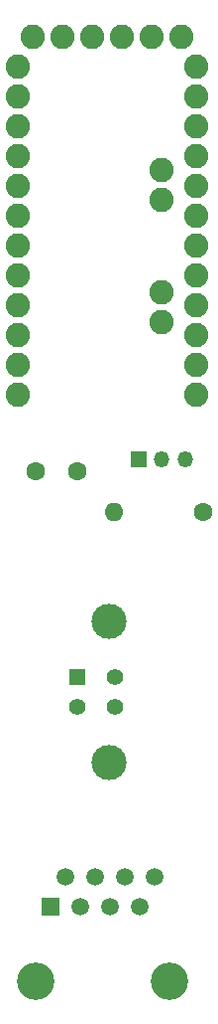
<source format=gbr>
%TF.GenerationSoftware,KiCad,Pcbnew,7.0.6*%
%TF.CreationDate,2023-10-29T14:46:36-05:00*%
%TF.ProjectId,Black Mage Eyes,426c6163-6b20-44d6-9167-652045796573,V01*%
%TF.SameCoordinates,Original*%
%TF.FileFunction,Soldermask,Bot*%
%TF.FilePolarity,Negative*%
%FSLAX46Y46*%
G04 Gerber Fmt 4.6, Leading zero omitted, Abs format (unit mm)*
G04 Created by KiCad (PCBNEW 7.0.6) date 2023-10-29 14:46:36*
%MOMM*%
%LPD*%
G01*
G04 APERTURE LIST*
%ADD10C,1.600000*%
%ADD11C,2.083600*%
%ADD12O,1.600000X1.600000*%
%ADD13C,3.200000*%
%ADD14R,1.500000X1.500000*%
%ADD15C,1.500000*%
%ADD16R,1.400000X1.400000*%
%ADD17C,1.400000*%
%ADD18C,3.000000*%
%ADD19R,1.350000X1.350000*%
%ADD20O,1.350000X1.350000*%
G04 APERTURE END LIST*
D10*
%TO.C,C1*%
X105250000Y-90000000D03*
X108750000Y-90000000D03*
%TD*%
D11*
%TO.C,U2*%
X117620000Y-53000000D03*
X115080000Y-53000000D03*
X112540000Y-53000000D03*
X110000000Y-53000000D03*
X107460000Y-53000000D03*
X104920000Y-53000000D03*
X115969000Y-66843000D03*
X115969000Y-64303000D03*
X115969000Y-77257000D03*
X115969000Y-74717000D03*
X118890000Y-55540000D03*
X118890000Y-58080000D03*
X118890000Y-60620000D03*
X118890000Y-63160000D03*
X118890000Y-65700000D03*
X118890000Y-68240000D03*
X118890000Y-70780000D03*
X118890000Y-73320000D03*
X118890000Y-75860000D03*
X118890000Y-78400000D03*
X118890000Y-80940000D03*
X118890000Y-83480000D03*
X103650000Y-83480000D03*
X103650000Y-80940000D03*
X103650000Y-78400000D03*
X103650000Y-75860000D03*
X103650000Y-73320000D03*
X103650000Y-70780000D03*
X103650000Y-68240000D03*
X103650000Y-65700000D03*
X103650000Y-63160000D03*
X103650000Y-60620000D03*
X103650000Y-58080000D03*
X103650000Y-55540000D03*
%TD*%
D10*
%TO.C,R1*%
X119560000Y-93500000D03*
D12*
X111940000Y-93500000D03*
%TD*%
D13*
%TO.C,J2*%
X105170000Y-133390000D03*
X116600000Y-133390000D03*
D14*
X106440000Y-127040000D03*
D15*
X107710000Y-124500000D03*
X108980000Y-127040000D03*
X110250000Y-124500000D03*
X111520000Y-127040000D03*
X112790000Y-124500000D03*
X114060000Y-127040000D03*
X115330000Y-124500000D03*
%TD*%
D16*
%TO.C,J1*%
X108790000Y-107520000D03*
D17*
X108790000Y-110020000D03*
X111990000Y-110020000D03*
X111990000Y-107520000D03*
D18*
X111500000Y-114790000D03*
X111500000Y-102750000D03*
%TD*%
D19*
%TO.C,NEO1*%
X114000000Y-89000000D03*
D20*
X116000000Y-89000000D03*
X118000000Y-89000000D03*
%TD*%
M02*

</source>
